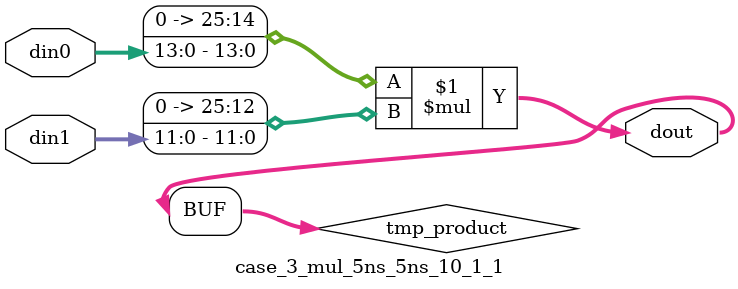
<source format=v>

`timescale 1 ns / 1 ps

 (* use_dsp = "no" *)  module case_3_mul_5ns_5ns_10_1_1(din0, din1, dout);
parameter ID = 1;
parameter NUM_STAGE = 0;
parameter din0_WIDTH = 14;
parameter din1_WIDTH = 12;
parameter dout_WIDTH = 26;

input [din0_WIDTH - 1 : 0] din0; 
input [din1_WIDTH - 1 : 0] din1; 
output [dout_WIDTH - 1 : 0] dout;

wire signed [dout_WIDTH - 1 : 0] tmp_product;
























assign tmp_product = $signed({1'b0, din0}) * $signed({1'b0, din1});











assign dout = tmp_product;





















endmodule

</source>
